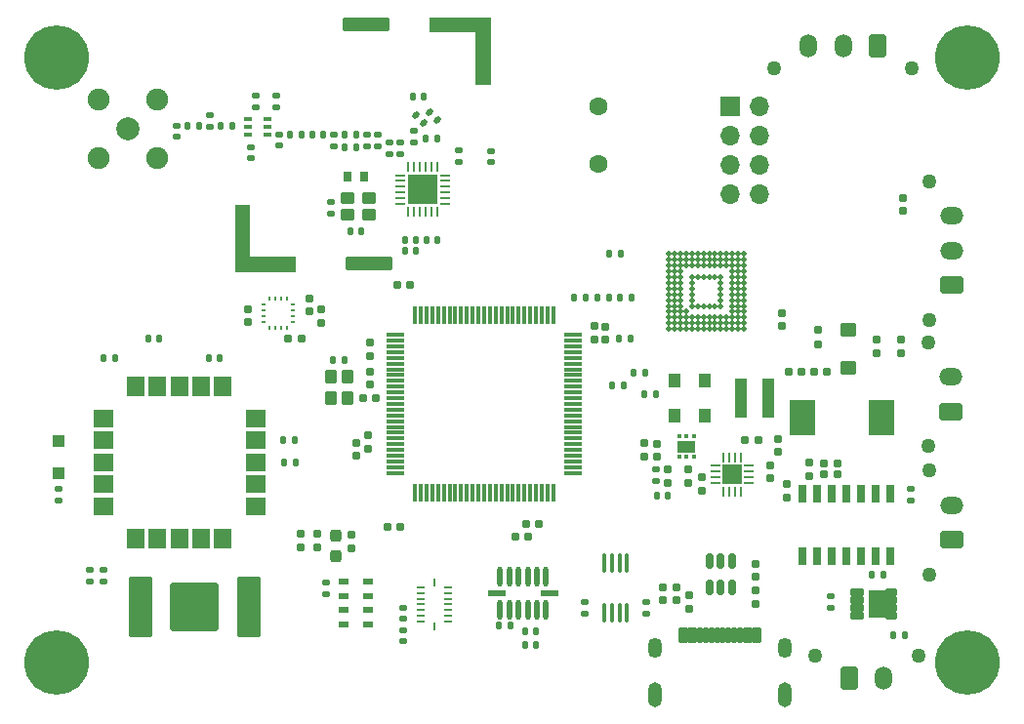
<source format=gbr>
%TF.GenerationSoftware,KiCad,Pcbnew,8.0.4*%
%TF.CreationDate,2025-04-02T01:15:25+07:00*%
%TF.ProjectId,FlightCom,466c6967-6874-4436-9f6d-2e6b69636164,rev?*%
%TF.SameCoordinates,Original*%
%TF.FileFunction,Soldermask,Top*%
%TF.FilePolarity,Negative*%
%FSLAX46Y46*%
G04 Gerber Fmt 4.6, Leading zero omitted, Abs format (unit mm)*
G04 Created by KiCad (PCBNEW 8.0.4) date 2025-04-02 01:15:25*
%MOMM*%
%LPD*%
G01*
G04 APERTURE LIST*
G04 Aperture macros list*
%AMRoundRect*
0 Rectangle with rounded corners*
0 $1 Rounding radius*
0 $2 $3 $4 $5 $6 $7 $8 $9 X,Y pos of 4 corners*
0 Add a 4 corners polygon primitive as box body*
4,1,4,$2,$3,$4,$5,$6,$7,$8,$9,$2,$3,0*
0 Add four circle primitives for the rounded corners*
1,1,$1+$1,$2,$3*
1,1,$1+$1,$4,$5*
1,1,$1+$1,$6,$7*
1,1,$1+$1,$8,$9*
0 Add four rect primitives between the rounded corners*
20,1,$1+$1,$2,$3,$4,$5,0*
20,1,$1+$1,$4,$5,$6,$7,0*
20,1,$1+$1,$6,$7,$8,$9,0*
20,1,$1+$1,$8,$9,$2,$3,0*%
G04 Aperture macros list end*
%ADD10C,0.010000*%
%ADD11C,1.270000*%
%ADD12RoundRect,0.250001X0.499999X0.759999X-0.499999X0.759999X-0.499999X-0.759999X0.499999X-0.759999X0*%
%ADD13O,1.500000X2.020000*%
%ADD14C,5.600000*%
%ADD15RoundRect,0.160000X0.160000X-0.197500X0.160000X0.197500X-0.160000X0.197500X-0.160000X-0.197500X0*%
%ADD16RoundRect,0.140000X-0.140000X-0.170000X0.140000X-0.170000X0.140000X0.170000X-0.140000X0.170000X0*%
%ADD17RoundRect,0.155000X-0.155000X0.212500X-0.155000X-0.212500X0.155000X-0.212500X0.155000X0.212500X0*%
%ADD18RoundRect,0.140000X0.219203X0.021213X0.021213X0.219203X-0.219203X-0.021213X-0.021213X-0.219203X0*%
%ADD19RoundRect,0.140000X0.140000X0.170000X-0.140000X0.170000X-0.140000X-0.170000X0.140000X-0.170000X0*%
%ADD20RoundRect,0.135000X0.135000X0.185000X-0.135000X0.185000X-0.135000X-0.185000X0.135000X-0.185000X0*%
%ADD21RoundRect,0.075000X-0.725000X-0.075000X0.725000X-0.075000X0.725000X0.075000X-0.725000X0.075000X0*%
%ADD22RoundRect,0.075000X-0.075000X-0.725000X0.075000X-0.725000X0.075000X0.725000X-0.075000X0.725000X0*%
%ADD23RoundRect,0.155000X0.212500X0.155000X-0.212500X0.155000X-0.212500X-0.155000X0.212500X-0.155000X0*%
%ADD24RoundRect,0.102000X-0.495000X-0.205000X0.495000X-0.205000X0.495000X0.205000X-0.495000X0.205000X0*%
%ADD25RoundRect,0.102000X-0.380000X-0.205000X0.380000X-0.205000X0.380000X0.205000X-0.380000X0.205000X0*%
%ADD26RoundRect,0.102000X-0.862500X-0.495000X0.862500X-0.495000X0.862500X0.495000X-0.862500X0.495000X0*%
%ADD27R,0.950000X0.550000*%
%ADD28RoundRect,0.250001X0.759999X-0.499999X0.759999X0.499999X-0.759999X0.499999X-0.759999X-0.499999X0*%
%ADD29O,2.020000X1.500000*%
%ADD30RoundRect,0.155000X-0.212500X-0.155000X0.212500X-0.155000X0.212500X0.155000X-0.212500X0.155000X0*%
%ADD31RoundRect,0.135000X-0.135000X-0.185000X0.135000X-0.185000X0.135000X0.185000X-0.135000X0.185000X0*%
%ADD32R,2.300000X3.150000*%
%ADD33RoundRect,0.140000X-0.170000X0.140000X-0.170000X-0.140000X0.170000X-0.140000X0.170000X0.140000X0*%
%ADD34C,1.602000*%
%ADD35RoundRect,0.147500X0.172500X-0.147500X0.172500X0.147500X-0.172500X0.147500X-0.172500X-0.147500X0*%
%ADD36R,0.650000X1.525000*%
%ADD37R,0.980000X3.400000*%
%ADD38RoundRect,0.160000X-0.160000X0.197500X-0.160000X-0.197500X0.160000X-0.197500X0.160000X0.197500X0*%
%ADD39RoundRect,0.160000X-0.197500X-0.160000X0.197500X-0.160000X0.197500X0.160000X-0.197500X0.160000X0*%
%ADD40RoundRect,0.150000X0.150000X-0.512500X0.150000X0.512500X-0.150000X0.512500X-0.150000X-0.512500X0*%
%ADD41R,0.800000X0.250000*%
%ADD42R,0.250000X0.800000*%
%ADD43RoundRect,0.147500X0.147500X0.172500X-0.147500X0.172500X-0.147500X-0.172500X0.147500X-0.172500X0*%
%ADD44RoundRect,0.160000X0.197500X0.160000X-0.197500X0.160000X-0.197500X-0.160000X0.197500X-0.160000X0*%
%ADD45RoundRect,0.135000X-0.185000X0.135000X-0.185000X-0.135000X0.185000X-0.135000X0.185000X0.135000X0*%
%ADD46RoundRect,0.140000X0.170000X-0.140000X0.170000X0.140000X-0.170000X0.140000X-0.170000X-0.140000X0*%
%ADD47RoundRect,0.062500X-0.062500X0.350000X-0.062500X-0.350000X0.062500X-0.350000X0.062500X0.350000X0*%
%ADD48RoundRect,0.062500X-0.350000X0.062500X-0.350000X-0.062500X0.350000X-0.062500X0.350000X0.062500X0*%
%ADD49R,1.680000X1.680000*%
%ADD50RoundRect,0.102000X-0.450000X-0.400000X0.450000X-0.400000X0.450000X0.400000X-0.450000X0.400000X0*%
%ADD51R,0.780000X0.350000*%
%ADD52RoundRect,0.140000X-0.219203X-0.021213X-0.021213X-0.219203X0.219203X0.021213X0.021213X0.219203X0*%
%ADD53RoundRect,0.155000X0.155000X-0.212500X0.155000X0.212500X-0.155000X0.212500X-0.155000X-0.212500X0*%
%ADD54RoundRect,0.135000X0.185000X-0.135000X0.185000X0.135000X-0.185000X0.135000X-0.185000X-0.135000X0*%
%ADD55RoundRect,0.147500X-0.147500X-0.172500X0.147500X-0.172500X0.147500X0.172500X-0.147500X0.172500X0*%
%ADD56RoundRect,0.102000X-1.900000X-0.500000X1.900000X-0.500000X1.900000X0.500000X-1.900000X0.500000X0*%
%ADD57RoundRect,0.093750X0.106250X-0.093750X0.106250X0.093750X-0.106250X0.093750X-0.106250X-0.093750X0*%
%ADD58R,1.600000X1.000000*%
%ADD59RoundRect,0.250000X0.300000X-0.300000X0.300000X0.300000X-0.300000X0.300000X-0.300000X-0.300000X0*%
%ADD60R,0.450000X0.250000*%
%ADD61R,0.250000X0.450000*%
%ADD62RoundRect,0.147500X-0.172500X0.147500X-0.172500X-0.147500X0.172500X-0.147500X0.172500X0.147500X0*%
%ADD63R,1.120000X1.240000*%
%ADD64O,0.450000X1.770000*%
%ADD65R,1.550000X0.600000*%
%ADD66C,0.500000*%
%ADD67RoundRect,0.250001X-0.499999X-0.759999X0.499999X-0.759999X0.499999X0.759999X-0.499999X0.759999X0*%
%ADD68R,1.803400X1.498600*%
%ADD69R,1.498600X1.803400*%
%ADD70RoundRect,0.102000X0.610000X-0.455000X0.610000X0.455000X-0.610000X0.455000X-0.610000X-0.455000X0*%
%ADD71RoundRect,0.237500X0.237500X-0.287500X0.237500X0.287500X-0.237500X0.287500X-0.237500X-0.287500X0*%
%ADD72C,2.006600*%
%ADD73C,1.905000*%
%ADD74RoundRect,0.102000X-1.980000X-1.980000X1.980000X-1.980000X1.980000X1.980000X-1.980000X1.980000X0*%
%ADD75RoundRect,0.102000X-0.890000X-2.540000X0.890000X-2.540000X0.890000X2.540000X-0.890000X2.540000X0*%
%ADD76RoundRect,0.062500X-0.350000X-0.062500X0.350000X-0.062500X0.350000X0.062500X-0.350000X0.062500X0*%
%ADD77RoundRect,0.062500X-0.062500X-0.350000X0.062500X-0.350000X0.062500X0.350000X-0.062500X0.350000X0*%
%ADD78R,2.600000X2.600000*%
%ADD79R,1.700000X1.700000*%
%ADD80O,1.700000X1.700000*%
%ADD81O,1.254000X2.154000*%
%ADD82O,1.254000X1.754000*%
%ADD83RoundRect,0.100000X-0.300000X-0.550000X0.300000X-0.550000X0.300000X0.550000X-0.300000X0.550000X0*%
%ADD84RoundRect,0.100000X-0.150000X-0.550000X0.150000X-0.550000X0.150000X0.550000X-0.150000X0.550000X0*%
%ADD85O,0.360000X1.660000*%
%ADD86R,0.800000X0.860000*%
%ADD87RoundRect,0.102000X-0.400000X0.450000X-0.400000X-0.450000X0.400000X-0.450000X0.400000X0.450000X0*%
G04 APERTURE END LIST*
D10*
%TO.C,J9*%
X111650000Y-74800000D02*
X115630000Y-74800000D01*
X115630000Y-76000000D01*
X110450000Y-76000000D01*
X110450000Y-70250000D01*
X111650000Y-70250000D01*
X111650000Y-74800000D01*
G36*
X111650000Y-74800000D02*
G01*
X115630000Y-74800000D01*
X115630000Y-76000000D01*
X110450000Y-76000000D01*
X110450000Y-70250000D01*
X111650000Y-70250000D01*
X111650000Y-74800000D01*
G37*
X132550000Y-59750000D02*
X131350000Y-59750000D01*
X131350000Y-55200000D01*
X127370000Y-55200000D01*
X127370000Y-54000000D01*
X132550000Y-54000000D01*
X132550000Y-59750000D01*
G36*
X132550000Y-59750000D02*
G01*
X131350000Y-59750000D01*
X131350000Y-55200000D01*
X127370000Y-55200000D01*
X127370000Y-54000000D01*
X132550000Y-54000000D01*
X132550000Y-59750000D01*
G37*
%TD*%
D11*
%TO.C,J2*%
X169200000Y-58400000D03*
X157200000Y-58400000D03*
D12*
X166200000Y-56440000D03*
D13*
X163200000Y-56440000D03*
X160200000Y-56440000D03*
%TD*%
D14*
%TO.C,H4*%
X174000000Y-110000000D03*
%TD*%
D15*
%TO.C,R37*%
X160300000Y-93797500D03*
X160300000Y-92602500D03*
%TD*%
D16*
%TO.C,C32*%
X135620000Y-108490000D03*
X136580000Y-108490000D03*
%TD*%
D17*
%TO.C,C26*%
X147025000Y-90982500D03*
X147025000Y-92117500D03*
%TD*%
D18*
%TO.C,C54*%
X126839411Y-63139411D03*
X126160589Y-62460589D03*
%TD*%
D19*
%TO.C,C57*%
X118110000Y-64200000D03*
X117150000Y-64200000D03*
%TD*%
D16*
%TO.C,C60*%
X99075000Y-83575000D03*
X100035000Y-83575000D03*
%TD*%
D20*
%TO.C,R20*%
X115685000Y-90725000D03*
X114665000Y-90725000D03*
%TD*%
D21*
%TO.C,U5*%
X124400000Y-81550000D03*
X124400000Y-82050000D03*
X124400000Y-82550000D03*
X124400000Y-83050000D03*
X124400000Y-83550000D03*
X124400000Y-84050000D03*
X124400000Y-84550000D03*
X124400000Y-85050000D03*
X124400000Y-85550000D03*
X124400000Y-86050000D03*
X124400000Y-86550000D03*
X124400000Y-87050000D03*
X124400000Y-87550000D03*
X124400000Y-88050000D03*
X124400000Y-88550000D03*
X124400000Y-89050000D03*
X124400000Y-89550000D03*
X124400000Y-90050000D03*
X124400000Y-90550000D03*
X124400000Y-91050000D03*
X124400000Y-91550000D03*
X124400000Y-92050000D03*
X124400000Y-92550000D03*
X124400000Y-93050000D03*
X124400000Y-93550000D03*
D22*
X126075000Y-95225000D03*
X126575000Y-95225000D03*
X127075000Y-95225000D03*
X127575000Y-95225000D03*
X128075000Y-95225000D03*
X128575000Y-95225000D03*
X129075000Y-95225000D03*
X129575000Y-95225000D03*
X130075000Y-95225000D03*
X130575000Y-95225000D03*
X131075000Y-95225000D03*
X131575000Y-95225000D03*
X132075000Y-95225000D03*
X132575000Y-95225000D03*
X133075000Y-95225000D03*
X133575000Y-95225000D03*
X134075000Y-95225000D03*
X134575000Y-95225000D03*
X135075000Y-95225000D03*
X135575000Y-95225000D03*
X136075000Y-95225000D03*
X136575000Y-95225000D03*
X137075000Y-95225000D03*
X137575000Y-95225000D03*
X138075000Y-95225000D03*
D21*
X139750000Y-93550000D03*
X139750000Y-93050000D03*
X139750000Y-92550000D03*
X139750000Y-92050000D03*
X139750000Y-91550000D03*
X139750000Y-91050000D03*
X139750000Y-90550000D03*
X139750000Y-90050000D03*
X139750000Y-89550000D03*
X139750000Y-89050000D03*
X139750000Y-88550000D03*
X139750000Y-88050000D03*
X139750000Y-87550000D03*
X139750000Y-87050000D03*
X139750000Y-86550000D03*
X139750000Y-86050000D03*
X139750000Y-85550000D03*
X139750000Y-85050000D03*
X139750000Y-84550000D03*
X139750000Y-84050000D03*
X139750000Y-83550000D03*
X139750000Y-83050000D03*
X139750000Y-82550000D03*
X139750000Y-82050000D03*
X139750000Y-81550000D03*
D22*
X138075000Y-79875000D03*
X137575000Y-79875000D03*
X137075000Y-79875000D03*
X136575000Y-79875000D03*
X136075000Y-79875000D03*
X135575000Y-79875000D03*
X135075000Y-79875000D03*
X134575000Y-79875000D03*
X134075000Y-79875000D03*
X133575000Y-79875000D03*
X133075000Y-79875000D03*
X132575000Y-79875000D03*
X132075000Y-79875000D03*
X131575000Y-79875000D03*
X131075000Y-79875000D03*
X130575000Y-79875000D03*
X130075000Y-79875000D03*
X129575000Y-79875000D03*
X129075000Y-79875000D03*
X128575000Y-79875000D03*
X128075000Y-79875000D03*
X127575000Y-79875000D03*
X127075000Y-79875000D03*
X126575000Y-79875000D03*
X126075000Y-79875000D03*
%TD*%
D23*
%TO.C,C17*%
X125667500Y-77200000D03*
X124532500Y-77200000D03*
%TD*%
D24*
%TO.C,Q4*%
X164400000Y-103920000D03*
X164400000Y-104580000D03*
X164400000Y-105240000D03*
X164400000Y-105900000D03*
D25*
X167385000Y-105900000D03*
X167385000Y-105240000D03*
X167385000Y-104580000D03*
X167385000Y-103920000D03*
D26*
X166392500Y-104302500D03*
X166392500Y-105517500D03*
%TD*%
D23*
%TO.C,C12*%
X135917500Y-99050000D03*
X134782500Y-99050000D03*
%TD*%
D27*
%TO.C,U9*%
X119851250Y-102948750D03*
X119851250Y-104198750D03*
X119851250Y-105448750D03*
X119851250Y-106698750D03*
X122001250Y-106698750D03*
X122001250Y-105448750D03*
X122001250Y-104198750D03*
X122001250Y-102948750D03*
%TD*%
D16*
%TO.C,C46*%
X125220000Y-74250000D03*
X126180000Y-74250000D03*
%TD*%
D11*
%TO.C,J10*%
X170675000Y-80250000D03*
X170675000Y-68250000D03*
D28*
X172635000Y-77250000D03*
D29*
X172635000Y-74250000D03*
X172635000Y-71250000D03*
%TD*%
D30*
%TO.C,C25*%
X160700000Y-84750000D03*
X161835000Y-84750000D03*
%TD*%
D31*
%TO.C,R3*%
X145050000Y-84850000D03*
X146070000Y-84850000D03*
%TD*%
D17*
%TO.C,C14*%
X116200000Y-98832500D03*
X116200000Y-99967500D03*
%TD*%
D32*
%TO.C,D1*%
X159650000Y-88700000D03*
X166550000Y-88700000D03*
%TD*%
D30*
%TO.C,C24*%
X158482500Y-84750000D03*
X159617500Y-84750000D03*
%TD*%
D33*
%TO.C,C40*%
X132650000Y-65620000D03*
X132650000Y-66580000D03*
%TD*%
D34*
%TO.C,LS1*%
X141950000Y-66750000D03*
X141950000Y-61750000D03*
%TD*%
D35*
%TO.C,L4*%
X125950000Y-64820000D03*
X125950000Y-63850000D03*
%TD*%
D36*
%TO.C,IC1*%
X159640000Y-100762000D03*
X160910000Y-100762000D03*
X162180000Y-100762000D03*
X163450000Y-100762000D03*
X164720000Y-100762000D03*
X165990000Y-100762000D03*
X167260000Y-100762000D03*
X167260000Y-95338000D03*
X165990000Y-95338000D03*
X164720000Y-95338000D03*
X163450000Y-95338000D03*
X162180000Y-95338000D03*
X160910000Y-95338000D03*
X159640000Y-95338000D03*
%TD*%
D37*
%TO.C,L1*%
X156695000Y-87050000D03*
X154325000Y-87050000D03*
%TD*%
D38*
%TO.C,R5*%
X149850000Y-104152500D03*
X149850000Y-105347500D03*
%TD*%
D20*
%TO.C,R45*%
X144210000Y-85950000D03*
X143190000Y-85950000D03*
%TD*%
D39*
%TO.C,R8*%
X147552500Y-103500000D03*
X148747500Y-103500000D03*
%TD*%
D40*
%TO.C,U4*%
X151650000Y-103450000D03*
X152600000Y-103450000D03*
X153550000Y-103450000D03*
X153550000Y-101175000D03*
X152600000Y-101175000D03*
X151650000Y-101175000D03*
%TD*%
D41*
%TO.C,U6*%
X126575000Y-106450000D03*
X126575000Y-105950000D03*
X126575000Y-105450000D03*
X126575000Y-104950000D03*
X126575000Y-104450000D03*
X126575000Y-103950000D03*
X126575000Y-103450000D03*
D42*
X127775000Y-103040000D03*
D41*
X128975000Y-103450000D03*
X128975000Y-103950000D03*
X128975000Y-104450000D03*
X128975000Y-104950000D03*
X128975000Y-105450000D03*
X128975000Y-105950000D03*
X128975000Y-106450000D03*
D42*
X127775000Y-106860000D03*
%TD*%
D33*
%TO.C,C49*%
X124800000Y-64900000D03*
X124800000Y-65860000D03*
%TD*%
D43*
%TO.C,L7*%
X120970000Y-64200000D03*
X120000000Y-64200000D03*
%TD*%
D44*
%TO.C,R4*%
X155892500Y-90682500D03*
X154697500Y-90682500D03*
%TD*%
D45*
%TO.C,R16*%
X169050000Y-94940000D03*
X169050000Y-95960000D03*
%TD*%
D38*
%TO.C,R36*%
X158300000Y-94502500D03*
X158300000Y-95697500D03*
%TD*%
D19*
%TO.C,C3*%
X119950000Y-83750000D03*
X118990000Y-83750000D03*
%TD*%
D17*
%TO.C,C18*%
X156900000Y-92882500D03*
X156900000Y-94017500D03*
%TD*%
D16*
%TO.C,C36*%
X102940000Y-81850000D03*
X103900000Y-81850000D03*
%TD*%
D46*
%TO.C,C39*%
X111850000Y-66250000D03*
X111850000Y-65290000D03*
%TD*%
D47*
%TO.C,U1*%
X154345000Y-92207500D03*
X153845000Y-92207500D03*
X153345000Y-92207500D03*
X152845000Y-92207500D03*
D48*
X152132500Y-92920000D03*
X152132500Y-93420000D03*
X152132500Y-93920000D03*
X152132500Y-94420000D03*
D47*
X152845000Y-95132500D03*
X153345000Y-95132500D03*
X153845000Y-95132500D03*
X154345000Y-95132500D03*
D48*
X155057500Y-94420000D03*
X155057500Y-93920000D03*
X155057500Y-93420000D03*
X155057500Y-92920000D03*
D49*
X153595000Y-93670000D03*
%TD*%
D39*
%TO.C,R12*%
X115055000Y-81900000D03*
X116250000Y-81900000D03*
%TD*%
D23*
%TO.C,C23*%
X122700000Y-87050000D03*
X121565000Y-87050000D03*
%TD*%
D39*
%TO.C,R38*%
X161505000Y-92700000D03*
X162700000Y-92700000D03*
%TD*%
D17*
%TO.C,C37*%
X111550000Y-79332500D03*
X111550000Y-80467500D03*
%TD*%
D50*
%TO.C,Y1*%
X120212500Y-71100000D03*
X122062500Y-71100000D03*
X122062500Y-69650000D03*
X120212500Y-69650000D03*
%TD*%
D51*
%TO.C,U2*%
X113300000Y-64150000D03*
X113300000Y-63500000D03*
X113300000Y-62850000D03*
X111620000Y-62850000D03*
X111620000Y-63500000D03*
X111620000Y-64150000D03*
%TD*%
D31*
%TO.C,R34*%
X145990000Y-86700000D03*
X147010000Y-86700000D03*
%TD*%
D52*
%TO.C,C51*%
X127321178Y-62221178D03*
X128000000Y-62900000D03*
%TD*%
D53*
%TO.C,C8*%
X168250000Y-83135000D03*
X168250000Y-82000000D03*
%TD*%
D54*
%TO.C,R10*%
X146170000Y-105760000D03*
X146170000Y-104740000D03*
%TD*%
D55*
%TO.C,L3*%
X125180000Y-73300000D03*
X126150000Y-73300000D03*
%TD*%
D56*
%TO.C,J9*%
X122050000Y-75400000D03*
X121850000Y-54600000D03*
%TD*%
D31*
%TO.C,R41*%
X139880000Y-78350000D03*
X140900000Y-78350000D03*
%TD*%
D16*
%TO.C,C43*%
X109240000Y-63450000D03*
X110200000Y-63450000D03*
%TD*%
D30*
%TO.C,C28*%
X135715000Y-98000000D03*
X136850000Y-98000000D03*
%TD*%
D38*
%TO.C,R2*%
X166100000Y-81955000D03*
X166100000Y-83150000D03*
%TD*%
D53*
%TO.C,C9*%
X141650000Y-81950000D03*
X141650000Y-80815000D03*
%TD*%
D57*
%TO.C,U3*%
X148975000Y-92137500D03*
X149625000Y-92137500D03*
X150275000Y-92137500D03*
X150275000Y-90362500D03*
X149625000Y-90362500D03*
X148975000Y-90362500D03*
D58*
X149625000Y-91250000D03*
%TD*%
D33*
%TO.C,C52*%
X121900000Y-64220000D03*
X121900000Y-65180000D03*
%TD*%
D59*
%TO.C,D8*%
X95200000Y-93550000D03*
X95200000Y-90750000D03*
%TD*%
D60*
%TO.C,U10*%
X115500000Y-80400000D03*
X115500000Y-79900000D03*
X115500000Y-79400000D03*
X115500000Y-78900000D03*
D61*
X114990000Y-78390000D03*
X114490000Y-78390000D03*
X113990000Y-78390000D03*
X113490000Y-78390000D03*
D60*
X112980000Y-78900000D03*
X112980000Y-79400000D03*
X112980000Y-79900000D03*
X112980000Y-80400000D03*
D61*
X113490000Y-80910000D03*
X113990000Y-80910000D03*
X114490000Y-80910000D03*
X114990000Y-80910000D03*
%TD*%
D16*
%TO.C,C38*%
X120462500Y-72600000D03*
X121422500Y-72600000D03*
%TD*%
D20*
%TO.C,R15*%
X166750000Y-102400000D03*
X165730000Y-102400000D03*
%TD*%
D45*
%TO.C,R14*%
X114050000Y-60800000D03*
X114050000Y-61820000D03*
%TD*%
D62*
%TO.C,D6*%
X97900000Y-101982500D03*
X97900000Y-102952500D03*
%TD*%
D63*
%TO.C,D3*%
X151225000Y-88550000D03*
X151225000Y-85550000D03*
%TD*%
D17*
%TO.C,C11*%
X117600000Y-98850000D03*
X117600000Y-99985000D03*
%TD*%
D16*
%TO.C,C30*%
X133370000Y-106800000D03*
X134330000Y-106800000D03*
%TD*%
D46*
%TO.C,C58*%
X114300000Y-65130000D03*
X114300000Y-64170000D03*
%TD*%
D43*
%TO.C,L6*%
X128000000Y-64550000D03*
X127030000Y-64550000D03*
%TD*%
D20*
%TO.C,R21*%
X115725000Y-92625000D03*
X114705000Y-92625000D03*
%TD*%
D64*
%TO.C,U7*%
X133450000Y-105400000D03*
X134250000Y-105400000D03*
X135050000Y-105400000D03*
X135850000Y-105400000D03*
X136650000Y-105400000D03*
X137450000Y-105400000D03*
D65*
X137750000Y-103990000D03*
D64*
X137450000Y-102580000D03*
X136650000Y-102580000D03*
X135850000Y-102580000D03*
X135050000Y-102580000D03*
X134250000Y-102580000D03*
X133450000Y-102580000D03*
D65*
X133150000Y-103990000D03*
%TD*%
D53*
%TO.C,C10*%
X142600000Y-81967500D03*
X142600000Y-80832500D03*
%TD*%
D66*
%TO.C,U12*%
X148100000Y-81050000D03*
X148100000Y-80550000D03*
X148100000Y-80050000D03*
X148100000Y-79550000D03*
X148100000Y-79050000D03*
X148100000Y-78550000D03*
X148100000Y-78050000D03*
X148100000Y-77550000D03*
X148100000Y-77050000D03*
X148100000Y-76550000D03*
X148100000Y-76050000D03*
X148100000Y-75550000D03*
X148100000Y-75050000D03*
X148100000Y-74550000D03*
X148600000Y-81050000D03*
X148600000Y-80550000D03*
X148600000Y-80050000D03*
X148600000Y-79550000D03*
X148600000Y-79050000D03*
X148600000Y-78550000D03*
X148600000Y-78050000D03*
X148600000Y-77550000D03*
X148600000Y-77050000D03*
X148600000Y-76550000D03*
X148600000Y-76050000D03*
X148600000Y-75550000D03*
X148600000Y-75050000D03*
X148600000Y-74550000D03*
X149100000Y-81050000D03*
X149100000Y-80550000D03*
X149100000Y-80050000D03*
X149100000Y-79550000D03*
X149100000Y-79050000D03*
X149100000Y-78550000D03*
X149100000Y-78050000D03*
X149100000Y-77550000D03*
X149100000Y-77050000D03*
X149100000Y-76550000D03*
X149100000Y-76050000D03*
X149100000Y-75550000D03*
X149100000Y-75050000D03*
X149100000Y-74550000D03*
X149600000Y-81050000D03*
X149600000Y-80550000D03*
X149600000Y-80050000D03*
X149600000Y-79550000D03*
X149600000Y-75550000D03*
X149600000Y-75050000D03*
X149600000Y-74550000D03*
X150100000Y-81050000D03*
X150100000Y-80550000D03*
X150100000Y-80050000D03*
X150100000Y-79050000D03*
X150100000Y-78550000D03*
X150100000Y-78050000D03*
X150100000Y-77550000D03*
X150100000Y-77050000D03*
X150100000Y-76550000D03*
X150100000Y-75550000D03*
X150100000Y-75050000D03*
X150100000Y-74550000D03*
X150600000Y-81050000D03*
X150600000Y-80550000D03*
X150600000Y-80050000D03*
X150600000Y-79050000D03*
X150600000Y-76550000D03*
X150600000Y-75550000D03*
X150600000Y-75050000D03*
X150600000Y-74550000D03*
X151100000Y-81050000D03*
X151100000Y-80550000D03*
X151100000Y-80050000D03*
X151100000Y-79050000D03*
X151100000Y-76550000D03*
X151100000Y-75550000D03*
X151100000Y-75050000D03*
X151100000Y-74550000D03*
X151600000Y-81050000D03*
X151600000Y-80550000D03*
X151600000Y-80050000D03*
X151600000Y-79050000D03*
X151600000Y-76550000D03*
X151600000Y-75550000D03*
X151600000Y-75050000D03*
X151600000Y-74550000D03*
X152100000Y-81050000D03*
X152100000Y-80550000D03*
X152100000Y-80050000D03*
X152100000Y-79050000D03*
X152100000Y-76550000D03*
X152100000Y-75550000D03*
X152100000Y-75050000D03*
X152100000Y-74550000D03*
X152600000Y-81050000D03*
X152600000Y-80550000D03*
X152600000Y-80050000D03*
X152600000Y-79050000D03*
X152600000Y-78550000D03*
X152600000Y-78050000D03*
X152600000Y-77550000D03*
X152600000Y-77050000D03*
X152600000Y-76550000D03*
X152600000Y-75550000D03*
X152600000Y-75050000D03*
X152600000Y-74550000D03*
X153100000Y-81050000D03*
X153100000Y-80550000D03*
X153100000Y-80050000D03*
X153100000Y-75550000D03*
X153100000Y-75050000D03*
X153100000Y-74550000D03*
X153600000Y-81050000D03*
X153600000Y-80550000D03*
X153600000Y-80050000D03*
X153600000Y-79550000D03*
X153600000Y-79050000D03*
X153600000Y-78550000D03*
X153600000Y-78050000D03*
X153600000Y-77550000D03*
X153600000Y-77050000D03*
X153600000Y-76550000D03*
X153600000Y-76050000D03*
X153600000Y-75550000D03*
X153600000Y-75050000D03*
X153600000Y-74550000D03*
X154100000Y-81050000D03*
X154100000Y-80550000D03*
X154100000Y-80050000D03*
X154100000Y-79550000D03*
X154100000Y-79050000D03*
X154100000Y-78550000D03*
X154100000Y-78050000D03*
X154100000Y-77550000D03*
X154100000Y-77050000D03*
X154100000Y-76550000D03*
X154100000Y-76050000D03*
X154100000Y-75550000D03*
X154100000Y-75050000D03*
X154100000Y-74550000D03*
X154600000Y-81050000D03*
X154600000Y-80550000D03*
X154600000Y-80050000D03*
X154600000Y-79550000D03*
X154600000Y-79050000D03*
X154600000Y-78550000D03*
X154600000Y-78050000D03*
X154600000Y-77550000D03*
X154600000Y-77050000D03*
X154600000Y-76550000D03*
X154600000Y-76050000D03*
X154600000Y-75550000D03*
X154600000Y-75050000D03*
X154600000Y-74550000D03*
%TD*%
D11*
%TO.C,J8*%
X160750000Y-109375000D03*
X169750000Y-109375000D03*
D67*
X163750000Y-111335000D03*
D13*
X166750000Y-111335000D03*
%TD*%
D68*
%TO.C,U13*%
X99024999Y-88825002D03*
X99024999Y-90725003D03*
X99024999Y-92625002D03*
X99024999Y-94525001D03*
X99024999Y-96425002D03*
D69*
X101825001Y-99225004D03*
X103725002Y-99225004D03*
X105625001Y-99225004D03*
X107525000Y-99225004D03*
X109425001Y-99225004D03*
D68*
X112225003Y-96425002D03*
X112225003Y-94525001D03*
X112225003Y-92625002D03*
X112225003Y-90725003D03*
X112225003Y-88825002D03*
D69*
X109425001Y-86025000D03*
X107525000Y-86025000D03*
X105625001Y-86025000D03*
X103725002Y-86025000D03*
X101825001Y-86025000D03*
%TD*%
D70*
%TO.C,D2*%
X163700000Y-81150000D03*
X163700000Y-84420000D03*
%TD*%
D45*
%TO.C,R13*%
X118762500Y-70050000D03*
X118762500Y-71070000D03*
%TD*%
D31*
%TO.C,R42*%
X141880000Y-78350000D03*
X142900000Y-78350000D03*
%TD*%
D19*
%TO.C,C53*%
X120960000Y-65250000D03*
X120000000Y-65250000D03*
%TD*%
D71*
%TO.C,FB1*%
X119200000Y-100725000D03*
X119200000Y-98975000D03*
%TD*%
D14*
%TO.C,H2*%
X95000000Y-57500000D03*
%TD*%
D33*
%TO.C,C41*%
X112300000Y-60820000D03*
X112300000Y-61780000D03*
%TD*%
D72*
%TO.C,J3*%
X101147300Y-63647300D03*
D73*
X98594600Y-61094600D03*
X98594600Y-66200000D03*
X103700000Y-66200000D03*
X103700000Y-61094600D03*
%TD*%
D15*
%TO.C,R6*%
X155600000Y-104945000D03*
X155600000Y-103750000D03*
%TD*%
D31*
%TO.C,R43*%
X143830000Y-78350000D03*
X144850000Y-78350000D03*
%TD*%
D43*
%TO.C,L2*%
X107335000Y-63450000D03*
X106365000Y-63450000D03*
%TD*%
D53*
%TO.C,C6*%
X122000000Y-91435000D03*
X122000000Y-90300000D03*
%TD*%
D33*
%TO.C,C50*%
X123850000Y-64890000D03*
X123850000Y-65850000D03*
%TD*%
%TO.C,C42*%
X129862500Y-65570000D03*
X129862500Y-66530000D03*
%TD*%
D74*
%TO.C,BT1*%
X106950000Y-105200000D03*
D75*
X102250000Y-105200000D03*
X111650000Y-105200000D03*
%TD*%
D62*
%TO.C,L5*%
X122850000Y-64215000D03*
X122850000Y-65185000D03*
%TD*%
D53*
%TO.C,C21*%
X155600000Y-102567500D03*
X155600000Y-101432500D03*
%TD*%
D17*
%TO.C,C20*%
X150950000Y-93932500D03*
X150950000Y-95067500D03*
%TD*%
D11*
%TO.C,J1*%
X170625000Y-91200000D03*
X170625000Y-82200000D03*
D28*
X172585000Y-88200000D03*
D29*
X172585000Y-85200000D03*
%TD*%
D11*
%TO.C,J7*%
X170690000Y-102350000D03*
X170690000Y-93350000D03*
D28*
X172650000Y-99350000D03*
D29*
X172650000Y-96350000D03*
%TD*%
D76*
%TO.C,U11*%
X124812500Y-67700000D03*
X124812500Y-68200000D03*
X124812500Y-68700000D03*
X124812500Y-69200000D03*
X124812500Y-69700000D03*
X124812500Y-70200000D03*
D77*
X125500000Y-70887500D03*
X126000000Y-70887500D03*
X126500000Y-70887500D03*
X127000000Y-70887500D03*
X127500000Y-70887500D03*
X128000000Y-70887500D03*
D76*
X128687500Y-70200000D03*
X128687500Y-69700000D03*
X128687500Y-69200000D03*
X128687500Y-68700000D03*
X128687500Y-68200000D03*
X128687500Y-67700000D03*
D77*
X128000000Y-67012500D03*
X127500000Y-67012500D03*
X127000000Y-67012500D03*
X126500000Y-67012500D03*
X126000000Y-67012500D03*
X125500000Y-67012500D03*
D78*
X126750000Y-68950000D03*
%TD*%
D53*
%TO.C,C7*%
X122200000Y-85867500D03*
X122200000Y-84732500D03*
%TD*%
D23*
%TO.C,C15*%
X124817500Y-98250000D03*
X123682500Y-98250000D03*
%TD*%
D14*
%TO.C,H3*%
X174000000Y-57500000D03*
%TD*%
D53*
%TO.C,C2*%
X120950000Y-92067500D03*
X120950000Y-90932500D03*
%TD*%
D44*
%TO.C,R7*%
X148797500Y-104600000D03*
X147602500Y-104600000D03*
%TD*%
D17*
%TO.C,C47*%
X168400000Y-69682500D03*
X168400000Y-70817500D03*
%TD*%
D33*
%TO.C,C31*%
X125025000Y-107190000D03*
X125025000Y-108150000D03*
%TD*%
D79*
%TO.C,J4*%
X153400000Y-61720000D03*
D80*
X155940000Y-61720000D03*
X153400000Y-64260000D03*
X155940000Y-64260000D03*
X153400000Y-66800000D03*
X155940000Y-66800000D03*
X153400000Y-69340000D03*
X155940000Y-69340000D03*
%TD*%
D45*
%TO.C,R19*%
X95150000Y-94950000D03*
X95150000Y-95970000D03*
%TD*%
D31*
%TO.C,R40*%
X142930000Y-74550000D03*
X143950000Y-74550000D03*
%TD*%
D63*
%TO.C,D4*%
X148625000Y-88550000D03*
X148625000Y-85550000D03*
%TD*%
D81*
%TO.C,USB1*%
X146908250Y-112750000D03*
X158148250Y-112750000D03*
D82*
X146908250Y-108750000D03*
X158148250Y-108750000D03*
D83*
X149328250Y-107600000D03*
X150128250Y-107600000D03*
D84*
X151278250Y-107600000D03*
X152278250Y-107600000D03*
X152778250Y-107600000D03*
X153778250Y-107600000D03*
D83*
X154928250Y-107600000D03*
X155728250Y-107600000D03*
D84*
X154278250Y-107600000D03*
X153278250Y-107600000D03*
X151778250Y-107600000D03*
X150778250Y-107600000D03*
%TD*%
D46*
%TO.C,C35*%
X118351250Y-104028750D03*
X118351250Y-103068750D03*
%TD*%
D53*
%TO.C,C19*%
X120550000Y-100067500D03*
X120550000Y-98932500D03*
%TD*%
D17*
%TO.C,C22*%
X147975000Y-93265000D03*
X147975000Y-94400000D03*
%TD*%
D85*
%TO.C,U8*%
X144480000Y-101370000D03*
X143820000Y-101370000D03*
X143170000Y-101370000D03*
X142520000Y-101370000D03*
X142520000Y-105630000D03*
X143170000Y-105630000D03*
X143820000Y-105630000D03*
X144480000Y-105630000D03*
%TD*%
D14*
%TO.C,H1*%
X95000000Y-110000000D03*
%TD*%
D53*
%TO.C,C5*%
X122200000Y-83385000D03*
X122200000Y-82250000D03*
%TD*%
D39*
%TO.C,R35*%
X161505000Y-93650000D03*
X162700000Y-93650000D03*
%TD*%
D17*
%TO.C,C34*%
X116950000Y-78415000D03*
X116950000Y-79550000D03*
%TD*%
D20*
%TO.C,R18*%
X168550000Y-107650000D03*
X167530000Y-107650000D03*
%TD*%
D19*
%TO.C,C56*%
X126830000Y-60850000D03*
X125870000Y-60850000D03*
%TD*%
D33*
%TO.C,C45*%
X108300000Y-62520000D03*
X108300000Y-63480000D03*
%TD*%
D17*
%TO.C,C4*%
X157900000Y-79682500D03*
X157900000Y-80817500D03*
%TD*%
D15*
%TO.C,R1*%
X161000000Y-82350000D03*
X161000000Y-81155000D03*
%TD*%
D54*
%TO.C,R11*%
X140820000Y-105720000D03*
X140820000Y-104700000D03*
%TD*%
D33*
%TO.C,C33*%
X125025000Y-105220000D03*
X125025000Y-106180000D03*
%TD*%
D38*
%TO.C,R9*%
X117950000Y-79352500D03*
X117950000Y-80547500D03*
%TD*%
D45*
%TO.C,R22*%
X147000000Y-93200000D03*
X147000000Y-94220000D03*
%TD*%
D19*
%TO.C,C44*%
X128030000Y-73300000D03*
X127070000Y-73300000D03*
%TD*%
D16*
%TO.C,C59*%
X108215001Y-83575002D03*
X109175001Y-83575002D03*
%TD*%
%TO.C,C29*%
X135620000Y-107290000D03*
X136580000Y-107290000D03*
%TD*%
D31*
%TO.C,R44*%
X143730000Y-81850000D03*
X144750000Y-81850000D03*
%TD*%
D45*
%TO.C,R17*%
X99100000Y-101940000D03*
X99100000Y-102960000D03*
%TD*%
D46*
%TO.C,C48*%
X105400000Y-64350000D03*
X105400000Y-63390000D03*
%TD*%
D54*
%TO.C,R39*%
X162150000Y-105260000D03*
X162150000Y-104240000D03*
%TD*%
D53*
%TO.C,C1*%
X146000000Y-92100000D03*
X146000000Y-90965000D03*
%TD*%
%TO.C,C16*%
X149800000Y-94385000D03*
X149800000Y-93250000D03*
%TD*%
%TO.C,C13*%
X157575000Y-91700000D03*
X157575000Y-90565000D03*
%TD*%
D86*
%TO.C,FB2*%
X120262500Y-67850000D03*
X121662500Y-67850000D03*
%TD*%
D43*
%TO.C,D9*%
X148035000Y-95550000D03*
X147065000Y-95550000D03*
%TD*%
D33*
%TO.C,C55*%
X119050000Y-64200000D03*
X119050000Y-65160000D03*
%TD*%
D87*
%TO.C,X2*%
X118750000Y-85200000D03*
X118750000Y-87050000D03*
X120200000Y-87050000D03*
X120200000Y-85200000D03*
%TD*%
D43*
%TO.C,L8*%
X116235000Y-64200000D03*
X115265000Y-64200000D03*
%TD*%
M02*

</source>
